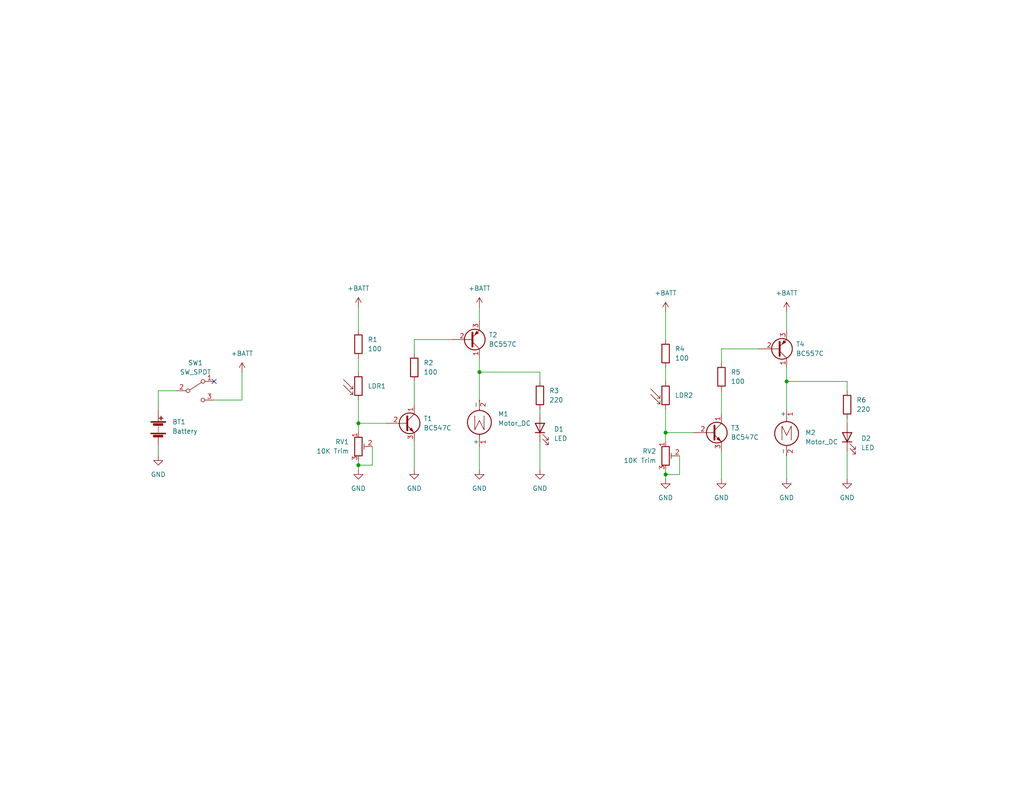
<source format=kicad_sch>
(kicad_sch (version 20211123) (generator eeschema)
  (paper "A")
  (title_block (title "Running MicroBug") (date "2022-05-14") (rev "0") (company "Flagship Robotics 3140") (comment 1 "Engineered by Amos Manneschmidt"))
  (lib_symbols
    (symbol "Device:Battery" (pin_numbers hide) (pin_names (offset 0) hide)
      (property "Reference" "BT1" (at 3.81 1.6511 0))
      (property "Value" "Battery" (at 3.81 -0.8889 0))
      (symbol "Battery_0_1"
        (rectangle (start -2.032 -1.397) (end 2.032 -1.651) (fill (type outline)))
        (rectangle (start -2.032 1.778) (end 2.032 1.524) (fill (type outline)))
        (rectangle (start -1.3208 -1.9812) (end 1.27 -2.4892) (fill (type outline)))
        (rectangle (start -1.3208 1.1938) (end 1.27 0.6858) (fill (type outline)))
        (polyline (pts (xy 0 -1.524) (xy 0 -1.27)))
        (polyline (pts (xy 0 -1.016) (xy 0 -0.762)))
        (polyline (pts (xy 0 -0.508) (xy 0 -0.254)))
        (polyline (pts (xy 0 0) (xy 0 0.254)))
        (polyline (pts (xy 0 0.508) (xy 0 0.762)))
        (polyline (pts (xy 0 1.778) (xy 0 2.54)))
        (polyline (pts (xy 0.254 2.667) (xy 1.27 2.667)) (stroke (width 0.254)))
        (polyline (pts (xy 0.762 3.175) (xy 0.762 2.159)) (stroke (width 0.254)))
      )
      (symbol "Battery_1_1"
        (pin power_out line (at 0 5.08 270) (length 2.54) (name "+") (number "1"))
        (pin power_out line (at 0 -5.08 90) (length 2.54) (name "-") (number "2"))
      )
    )
    (symbol "Device:LED" (pin_numbers hide) (pin_names (offset 1.016) hide)
      (property "Reference" "D" (at 0 2.54 0))
      (property "Value" "LED" (at 0 -2.54 0))
      (symbol "LED_0_1"
        (polyline (pts (xy -1.27 -1.27) (xy -1.27 1.27)) (stroke (width 0.254)))
        (polyline (pts (xy -1.27 0) (xy 1.27 0)))
        (polyline (pts (xy 1.27 -1.27) (xy 1.27 1.27) (xy -1.27 0) (xy 1.27 -1.27)) (stroke (width 0.254)))
        (polyline (pts (xy -3.048 -0.762) (xy -4.572 -2.286) (xy -3.81 -2.286) (xy -4.572 -2.286) (xy -4.572 -1.524)))
        (polyline (pts (xy -1.778 -0.762) (xy -3.302 -2.286) (xy -2.54 -2.286) (xy -3.302 -2.286) (xy -3.302 -1.524)))
      )
      (symbol "LED_1_1"
        (pin passive line (at -3.81 0 0) (length 2.54) (name "K") (number "1"))
        (pin passive line (at 3.81 0 180) (length 2.54) (name "A") (number "2"))
      )
    )
    (symbol "Device:R" (pin_numbers hide) (pin_names (offset 0))
      (property "Reference" "R" (at 2.032 0 90))
      (property "Value" "R" (at 0 0 90))
      (symbol "R_0_1"
        (rectangle (start -1.016 -2.54) (end 1.016 2.54) (stroke (width 0.254)))
      )
      (symbol "R_1_1"
        (pin passive line (at 0 3.81 270) (length 1.27) (name "~") (number "1"))
        (pin passive line (at 0 -3.81 90) (length 1.27) (name "~") (number "2"))
      )
    )
    (symbol "Device:R_Potentiometer_Trim" (pin_names (offset 1.016) hide)
      (property "Reference" "RV" (at -4.445 0 90))
      (property "Value" "R_Potentiometer_Trim" (at -2.54 0 90))
      (symbol "R_Potentiometer_Trim_0_1"
        (polyline (pts (xy 1.524 0.762) (xy 1.524 -0.762)))
        (polyline (pts (xy 2.54 0) (xy 1.524 0)))
        (rectangle (start 1.016 2.54) (end -1.016 -2.54) (stroke (width 0.254)))
      )
      (symbol "R_Potentiometer_Trim_1_1"
        (pin passive line (at 0 3.81 270) (length 1.27) (name "1") (number "1"))
        (pin passive line (at 3.81 0 180) (length 1.27) (name "2") (number "2"))
        (pin passive line (at 0 -3.81 90) (length 1.27) (name "3") (number "3"))
      )
    )
    (symbol "Motor:Motor_DC" (pin_names (offset 0))
      (property "Reference" "M" (at 2.54 2.54 0))
      (property "Value" "Motor_DC" (at 2.54 -5.08 0))
      (symbol "Motor_DC_0_0"
        (polyline (pts (xy -1.27 -3.302) (xy -1.27 0.508) (xy 0 -2.032) (xy 1.27 0.508) (xy 1.27 -3.302)))
      )
      (symbol "Motor_DC_0_1"
        (circle (center 0 -1.524) (radius 3.2512) (stroke (width 0.254)))
        (polyline (pts (xy 0 -7.62) (xy 0 -7.112)))
        (polyline (pts (xy 0 -4.7752) (xy 0 -5.1816)))
        (polyline (pts (xy 0 1.7272) (xy 0 2.0828)))
        (polyline (pts (xy 0 2.032) (xy 0 2.54)))
      )
      (symbol "Motor_DC_1_1"
        (pin passive line (at 0 5.08 270) (length 2.54) (name "+") (number "1"))
        (pin passive line (at 0 -7.62 90) (length 2.54) (name "-") (number "2"))
      )
    )
    (symbol "Sensor_Optical:LDR07" (pin_numbers hide) (pin_names (offset 0))
      (property "Reference" "R" (at -5.08 0 90))
      (property "Value" "LDR07" (at 1.905 0 90))
      (symbol "LDR07_0_1"
        (rectangle (start -1.016 2.54) (end 1.016 -2.54) (stroke (width 0.254)))
        (polyline (pts (xy -1.524 -2.286) (xy -4.064 0.254)))
        (polyline (pts (xy -1.524 -2.286) (xy -2.286 -2.286)))
        (polyline (pts (xy -1.524 -2.286) (xy -1.524 -1.524)))
        (polyline (pts (xy -1.524 -0.762) (xy -4.064 1.778)))
        (polyline (pts (xy -1.524 -0.762) (xy -2.286 -0.762)))
        (polyline (pts (xy -1.524 -0.762) (xy -1.524 0)))
      )
      (symbol "LDR07_1_1"
        (pin passive line (at 0 3.81 270) (length 1.27) (name "~") (number "1"))
        (pin passive line (at 0 -3.81 90) (length 1.27) (name "~") (number "2"))
      )
    )
    (symbol "Switch:SW_SPDT" (pin_names (offset 0) hide)
      (property "Reference" "SW" (at 0 4.318 0))
      (property "Value" "SW_SPDT" (at 0 -5.08 0))
      (symbol "SW_SPDT_0_0"
        (circle (center -2.032 0) (radius 0.508))
        (circle (center 2.032 -2.54) (radius 0.508))
      )
      (symbol "SW_SPDT_0_1"
        (polyline (pts (xy -1.524 0.254) (xy 1.651 2.286)))
        (circle (center 2.032 2.54) (radius 0.508))
      )
      (symbol "SW_SPDT_1_1"
        (pin passive line (at 5.08 2.54 180) (length 2.54) (name "A") (number "1"))
        (pin passive line (at -5.08 0 0) (length 2.54) (name "B") (number "2"))
        (pin passive line (at 5.08 -2.54 180) (length 2.54) (name "C") (number "3"))
      )
    )
    (symbol "Transistor_BJT:BC547" (pin_names (offset 0) hide)
      (property "Reference" "Q" (at 5.08 1.905 0))
      (property "Value" "BC547" (at 5.08 0 0))
      (symbol "BC547_0_1"
        (polyline (pts (xy 0 0) (xy 0.635 0)))
        (polyline (pts (xy 0.635 0.635) (xy 2.54 2.54)))
        (polyline (pts (xy 0.635 -0.635) (xy 2.54 -2.54) (xy 2.54 -2.54)))
        (polyline (pts (xy 0.635 1.905) (xy 0.635 -1.905) (xy 0.635 -1.905)) (stroke (width 0.508)))
        (polyline (pts (xy 1.27 -1.778) (xy 1.778 -1.27) (xy 2.286 -2.286) (xy 1.27 -1.778) (xy 1.27 -1.778)) (fill (type outline)))
        (circle (center 1.27 0) (radius 2.8194) (stroke (width 0.254)))
      )
      (symbol "BC547_1_1"
        (pin passive line (at 2.54 5.08 270) (length 2.54) (name "C") (number "1"))
        (pin input line (at -5.08 0 0) (length 5.08) (name "B") (number "2"))
        (pin passive line (at 2.54 -5.08 90) (length 2.54) (name "E") (number "3"))
      )
    )
    (symbol "Transistor_BJT:BC557" (pin_names (offset 0) hide)
      (property "Reference" "Q" (at 5.08 1.905 0))
      (property "Value" "BC557" (at 5.08 0 0))
      (symbol "BC557_0_1"
        (polyline (pts (xy 0.635 0.635) (xy 2.54 2.54)))
        (polyline (pts (xy 0.635 -0.635) (xy 2.54 -2.54) (xy 2.54 -2.54)))
        (polyline (pts (xy 0.635 1.905) (xy 0.635 -1.905) (xy 0.635 -1.905)) (stroke (width 0.508)))
        (polyline (pts (xy 2.286 -1.778) (xy 1.778 -2.286) (xy 1.27 -1.27) (xy 2.286 -1.778) (xy 2.286 -1.778)) (fill (type outline)))
        (circle (center 1.27 0) (radius 2.8194) (stroke (width 0.254)))
      )
      (symbol "BC557_1_1"
        (pin passive line (at 2.54 5.08 270) (length 2.54) (name "C") (number "1"))
        (pin input line (at -5.08 0 0) (length 5.715) (name "B") (number "2"))
        (pin passive line (at 2.54 -5.08 90) (length 2.54) (name "E") (number "3"))
      )
    )
    (symbol "power:+BATT" (power) (pin_names (offset 0))
      (property "Value" "+BATT" (at 0 3.556 0))
      (symbol "+BATT_0_1"
        (polyline (pts (xy -0.762 1.27) (xy 0 2.54)))
        (polyline (pts (xy 0 0) (xy 0 2.54)))
        (polyline (pts (xy 0 2.54) (xy 0.762 1.27)))
      )
      (symbol "+BATT_1_1"
        (pin power_in line (at 0 0 90) (length 0) hide (name "+BATT") (number "1"))
      )
    )
    (symbol "power:GND" (power) (pin_names (offset 0))
      (property "Value" "GND" (at 0 -3.81 0))
      (symbol "GND_0_1"
        (polyline (pts (xy 0 0) (xy 0 -1.27) (xy 1.27 -1.27) (xy 0 -2.54) (xy -1.27 -1.27) (xy 0 -1.27)))
      )
      (symbol "GND_1_1"
        (pin power_in line (at 0 0 270) (length 0) hide (name "GND") (number "1"))
      )
    )
  )
  (junction (at 181.61 118.11))
  (junction (at 214.63 104.14))
  (junction (at 97.79 115.57))
  (junction (at 181.61 129.54))
  (junction (at 97.79 127))
  (junction (at 130.81 101.6))
  (no_connect (at 58.42 104.14))
  (wire (pts (xy 181.61 100.33) (xy 181.61 104.14)))
  (wire (pts (xy 130.81 101.6) (xy 147.32 101.6)))
  (wire (pts (xy 147.32 120.65) (xy 147.32 128.27)))
  (wire (pts (xy 214.63 124.46) (xy 214.63 130.81)))
  (wire (pts (xy 66.04 101.6) (xy 66.04 109.22)))
  (wire (pts (xy 43.18 124.46) (xy 43.18 121.92)))
  (wire (pts (xy 113.03 120.65) (xy 113.03 128.27)))
  (wire (pts (xy 214.63 85.09) (xy 214.63 90.17)))
  (wire (pts (xy 181.61 129.54) (xy 181.61 128.27)))
  (wire (pts (xy 130.81 97.79) (xy 130.81 101.6)))
  (wire (pts (xy 97.79 125.73) (xy 97.79 127)))
  (wire (pts (xy 130.81 101.6) (xy 130.81 109.22)))
  (wire (pts (xy 181.61 118.11) (xy 189.23 118.11)))
  (wire (pts (xy 231.14 123.19) (xy 231.14 130.81)))
  (wire (pts (xy 97.79 97.79) (xy 97.79 101.6)))
  (wire (pts (xy 214.63 100.33) (xy 214.63 104.14)))
  (wire (pts (xy 43.18 106.68) (xy 48.26 106.68)))
  (wire (pts (xy 181.61 85.09) (xy 181.61 92.71)))
  (wire (pts (xy 231.14 114.3) (xy 231.14 115.57)))
  (wire (pts (xy 97.79 127) (xy 97.79 128.27)))
  (wire (pts (xy 181.61 129.54) (xy 181.61 130.81)))
  (wire (pts (xy 97.79 127) (xy 101.6 127)))
  (wire (pts (xy 214.63 104.14) (xy 231.14 104.14)))
  (wire (pts (xy 181.61 129.54) (xy 185.42 129.54)))
  (wire (pts (xy 196.85 95.25) (xy 207.01 95.25)))
  (wire (pts (xy 66.04 109.22) (xy 58.42 109.22)))
  (wire (pts (xy 130.81 83.82) (xy 130.81 87.63)))
  (wire (pts (xy 196.85 106.68) (xy 196.85 113.03)))
  (wire (pts (xy 231.14 106.68) (xy 231.14 104.14)))
  (wire (pts (xy 147.32 104.14) (xy 147.32 101.6)))
  (wire (pts (xy 113.03 104.14) (xy 113.03 110.49)))
  (wire (pts (xy 196.85 99.06) (xy 196.85 95.25)))
  (wire (pts (xy 113.03 92.71) (xy 123.19 92.71)))
  (wire (pts (xy 181.61 120.65) (xy 181.61 118.11)))
  (wire (pts (xy 97.79 115.57) (xy 105.41 115.57)))
  (wire (pts (xy 97.79 83.82) (xy 97.79 90.17)))
  (wire (pts (xy 97.79 118.11) (xy 97.79 115.57)))
  (wire (pts (xy 113.03 96.52) (xy 113.03 92.71)))
  (wire (pts (xy 185.42 129.54) (xy 185.42 124.46)))
  (wire (pts (xy 181.61 111.76) (xy 181.61 118.11)))
  (wire (pts (xy 196.85 123.19) (xy 196.85 130.81)))
  (wire (pts (xy 43.18 106.68) (xy 43.18 111.76)))
  (wire (pts (xy 101.6 127) (xy 101.6 121.92)))
  (wire (pts (xy 214.63 104.14) (xy 214.63 111.76)))
  (wire (pts (xy 130.81 121.92) (xy 130.81 128.27)))
  (wire (pts (xy 97.79 109.22) (xy 97.79 115.57)))
  (wire (pts (xy 147.32 111.76) (xy 147.32 113.03)))
  (symbol (lib_id "Switch:SW_SPDT") (at 53.34 106.68 0) (unit 1)
    (property "Reference" "SW1" (at 53.34 99.06 0))
    (property "Value" "SW_SPDT" (at 53.34 101.6 0))
    (property "Footprint" "Project Specific Footprints:Switch_SPDT_Straight" (effects hide))
  )
  (symbol (lib_id "Transistor_BJT:BC557") (at 212.09 95.25 0) (mirror x) (unit 1)
    (property "Reference" "T4" (at 217.17 93.9799 0) (effects (justify left)))
    (property "Value" "BC557C" (at 217.17 96.5199 0) (effects (justify left)))
    (property "Footprint" "Package_TO_SOT_THT:TO-92_Inline" (effects hide))
    (property "Datasheet" "https://www.onsemi.com/pub/Collateral/BC556BTA-D.pdf" (effects hide))
  )
  (symbol (lib_id "power:+BATT") (at 181.61 85.09 0) (unit 1)
    (property "Reference" "#PWR09" (effects hide))
    (property "Value" "+BATT" (at 181.61 80.01 0))
  )
  (symbol (lib_id "power:GND") (at 130.81 128.27 0) (unit 1)
    (property "Reference" "#PWR07" (effects hide))
    (property "Value" "GND" (at 130.81 133.35 0))
  )
  (symbol (lib_id "Transistor_BJT:BC557") (at 128.27 92.71 0) (mirror x) (unit 1)
    (property "Reference" "T2" (at 133.35 91.4399 0) (effects (justify left)))
    (property "Value" "BC557C" (at 133.35 93.9799 0) (effects (justify left)))
    (property "Footprint" "Package_TO_SOT_THT:TO-92_Inline" (effects hide))
    (property "Datasheet" "https://www.onsemi.com/pub/Collateral/BC556BTA-D.pdf" (effects hide))
  )
  (symbol (lib_id "Device:R_Potentiometer_Trim") (at 181.61 124.46 0) (unit 1)
    (property "Reference" "RV2" (at 179.07 123.1899 0) (effects (justify right)))
    (property "Value" "10K Trim" (at 179.07 125.7299 0) (effects (justify right)))
    (property "Footprint" "Project Specific Footprints:Potentiometer_Vertical" (effects hide))
  )
  (symbol (lib_id "Sensor_Optical:LDR07") (at 97.79 105.41 0) (unit 1)
    (property "Reference" "LDR1" (at 100.33 105.4099 0) (effects (justify left)))
    (property "Value" "LDR07" (effects hide))
    (property "Footprint" "OptoDevice:R_LDR_5.1x4.3mm_P3.4mm_Vertical" (effects hide))
    (property "Datasheet" "http://www.tme.eu/de/Document/f2e3ad76a925811312d226c31da4cd7e/LDR07.pdf" (effects hide))
  )
  (symbol (lib_id "Device:R") (at 231.14 110.49 0) (unit 1)
    (property "Reference" "R6" (at 233.68 109.2199 0) (effects (justify left)))
    (property "Value" "220" (at 233.68 111.7599 0) (effects (justify left)))
    (property "Footprint" "Resistor_THT:R_Axial_DIN0207_L6.3mm_D2.5mm_P10.16mm_Horizontal" (effects hide))
  )
  (symbol (lib_id "Motor:Motor_DC") (at 130.81 116.84 180) (unit 1)
    (property "Reference" "M1" (at 135.89 113.0299 0) (effects (justify right)))
    (property "Value" "Motor_DC" (at 135.89 115.5699 0) (effects (justify right)))
    (property "Footprint" "Project Specific Footprints:18mm square hobby motor" (effects hide))
  )
  (symbol (lib_id "Device:R_Potentiometer_Trim") (at 97.79 121.92 0) (unit 1)
    (property "Reference" "RV1" (at 95.25 120.6499 0) (effects (justify right)))
    (property "Value" "10K Trim" (at 95.25 123.1899 0) (effects (justify right)))
    (property "Footprint" "Project Specific Footprints:Potentiometer_Vertical" (effects hide))
  )
  (symbol (lib_id "Device:R") (at 181.61 96.52 0) (unit 1)
    (property "Reference" "R4" (at 184.15 95.2499 0) (effects (justify left)))
    (property "Value" "100" (at 184.15 97.7899 0) (effects (justify left)))
    (property "Footprint" "Resistor_THT:R_Axial_DIN0207_L6.3mm_D2.5mm_P10.16mm_Horizontal" (effects hide))
  )
  (symbol (lib_id "power:GND") (at 196.85 130.81 0) (unit 1)
    (property "Reference" "#PWR011" (effects hide))
    (property "Value" "GND" (at 196.85 135.89 0))
  )
  (symbol (lib_id "power:+BATT") (at 66.04 101.6 0) (unit 1)
    (property "Reference" "#PWR02" (effects hide))
    (property "Value" "+BATT" (at 66.04 96.52 0))
  )
  (symbol (lib_id "power:+BATT") (at 214.63 85.09 0) (unit 1)
    (property "Reference" "#PWR012" (effects hide))
    (property "Value" "+BATT" (at 214.63 80.01 0))
  )
  (symbol (lib_id "power:GND") (at 181.61 130.81 0) (unit 1)
    (property "Reference" "#PWR010" (effects hide))
    (property "Value" "GND" (at 181.61 135.89 0))
  )
  (symbol (lib_id "power:+BATT") (at 97.79 83.82 0) (unit 1)
    (property "Reference" "#PWR03" (effects hide))
    (property "Value" "+BATT" (at 97.79 78.74 0))
  )
  (symbol (lib_id "Device:R") (at 196.85 102.87 0) (unit 1)
    (property "Reference" "R5" (at 199.39 101.6 0) (effects (justify left)))
    (property "Value" "100" (at 199.39 104.1399 0) (effects (justify left)))
    (property "Footprint" "Resistor_THT:R_Axial_DIN0207_L6.3mm_D2.5mm_P10.16mm_Horizontal" (effects hide))
  )
  (symbol (lib_id "power:+BATT") (at 130.81 83.82 0) (unit 1)
    (property "Reference" "#PWR06" (effects hide))
    (property "Value" "+BATT" (at 130.81 78.74 0))
  )
  (symbol (lib_id "power:GND") (at 231.14 130.81 0) (unit 1)
    (property "Reference" "#PWR014" (effects hide))
    (property "Value" "GND" (at 231.14 135.89 0))
  )
  (symbol (lib_id "power:GND") (at 43.18 124.46 0) (unit 1)
    (property "Reference" "#PWR01" (effects hide))
    (property "Value" "GND" (at 43.18 129.54 0))
  )
  (symbol (lib_id "power:GND") (at 113.03 128.27 0) (unit 1)
    (property "Reference" "#PWR05" (effects hide))
    (property "Value" "GND" (at 113.03 133.35 0))
  )
  (symbol (lib_id "Device:R") (at 113.03 100.33 0) (unit 1)
    (property "Reference" "R2" (at 115.57 99.0599 0) (effects (justify left)))
    (property "Value" "100" (at 115.57 101.5999 0) (effects (justify left)))
    (property "Footprint" "Resistor_THT:R_Axial_DIN0207_L6.3mm_D2.5mm_P10.16mm_Horizontal" (effects hide))
  )
  (symbol (lib_id "Motor:Motor_DC") (at 214.63 116.84 0) (unit 1)
    (property "Reference" "M2" (at 219.71 118.1099 0) (effects (justify left)))
    (property "Value" "Motor_DC" (at 219.71 120.6499 0) (effects (justify left)))
    (property "Footprint" "Project Specific Footprints:18mm square hobby motor" (effects hide))
  )
  (symbol (lib_id "Sensor_Optical:LDR07") (at 181.61 107.95 0) (unit 1)
    (property "Reference" "LDR2" (at 184.15 107.9499 0) (effects (justify left)))
    (property "Value" "LDR07" (effects hide))
    (property "Footprint" "OptoDevice:R_LDR_5.1x4.3mm_P3.4mm_Vertical" (effects hide))
    (property "Datasheet" "http://www.tme.eu/de/Document/f2e3ad76a925811312d226c31da4cd7e/LDR07.pdf" (effects hide))
  )
  (symbol (lib_id "power:GND") (at 147.32 128.27 0) (unit 1)
    (property "Reference" "#PWR08" (effects hide))
    (property "Value" "GND" (at 147.32 133.35 0))
  )
  (symbol (lib_id "Device:LED") (at 147.32 116.84 90) (unit 1)
    (property "Reference" "D1" (at 151.13 117.1574 90) (effects (justify right)))
    (property "Value" "LED" (at 151.13 119.6974 90) (effects (justify right)))
    (property "Footprint" "LED_THT:LED_D3.0mm" (effects hide))
  )
  (symbol (lib_id "Device:R") (at 147.32 107.95 0) (unit 1)
    (property "Reference" "R3" (at 149.86 106.6799 0) (effects (justify left)))
    (property "Value" "220" (at 149.86 109.2199 0) (effects (justify left)))
    (property "Footprint" "Resistor_THT:R_Axial_DIN0207_L6.3mm_D2.5mm_P10.16mm_Horizontal" (effects hide))
  )
  (symbol (lib_id "power:GND") (at 214.63 130.81 0) (unit 1)
    (property "Reference" "#PWR013" (effects hide))
    (property "Value" "GND" (at 214.63 135.89 0))
  )
  (symbol (lib_id "Device:Battery") (at 43.18 116.84 0) (unit 1)
    (property "Reference" "BT1" (at 46.99 115.1889 0) (effects (justify left)))
    (property "Value" "Battery" (at 46.99 117.7289 0) (effects (justify left)))
    (property "Footprint" "Project Specific Footprints:BatteryHolder_Keystone_2468_2xAAA" (effects hide))
  )
  (symbol (lib_id "power:GND") (at 97.79 128.27 0) (unit 1)
    (property "Reference" "#PWR04" (effects hide))
    (property "Value" "GND" (at 97.79 133.35 0))
  )
  (symbol (lib_id "Transistor_BJT:BC547") (at 194.31 118.11 0) (unit 1)
    (property "Reference" "T3" (at 199.39 116.8399 0) (effects (justify left)))
    (property "Value" "BC547C" (at 199.39 119.3799 0) (effects (justify left)))
    (property "Footprint" "Package_TO_SOT_THT:TO-92_Inline" (effects hide))
    (property "Datasheet" "https://www.onsemi.com/pub/Collateral/BC550-D.pdf" (effects hide))
  )
  (symbol (lib_id "Transistor_BJT:BC547") (at 110.49 115.57 0) (unit 1)
    (property "Reference" "T1" (at 115.57 114.2999 0) (effects (justify left)))
    (property "Value" "BC547C" (at 115.57 116.8399 0) (effects (justify left)))
    (property "Footprint" "Package_TO_SOT_THT:TO-92_Inline" (effects hide))
    (property "Datasheet" "https://www.onsemi.com/pub/Collateral/BC550-D.pdf" (effects hide))
  )
  (symbol (lib_id "Device:R") (at 97.79 93.98 0) (unit 1)
    (property "Reference" "R1" (at 100.33 92.7099 0) (effects (justify left)))
    (property "Value" "100" (at 100.33 95.2499 0) (effects (justify left)))
    (property "Footprint" "Resistor_THT:R_Axial_DIN0207_L6.3mm_D2.5mm_P10.16mm_Horizontal" (effects hide))
  )
  (symbol (lib_id "Device:LED") (at 231.14 119.38 90) (unit 1)
    (property "Reference" "D2" (at 234.95 119.6974 90) (effects (justify right)))
    (property "Value" "LED" (at 234.95 122.2374 90) (effects (justify right)))
    (property "Footprint" "LED_THT:LED_D3.0mm" (effects hide))
  )
)
</source>
